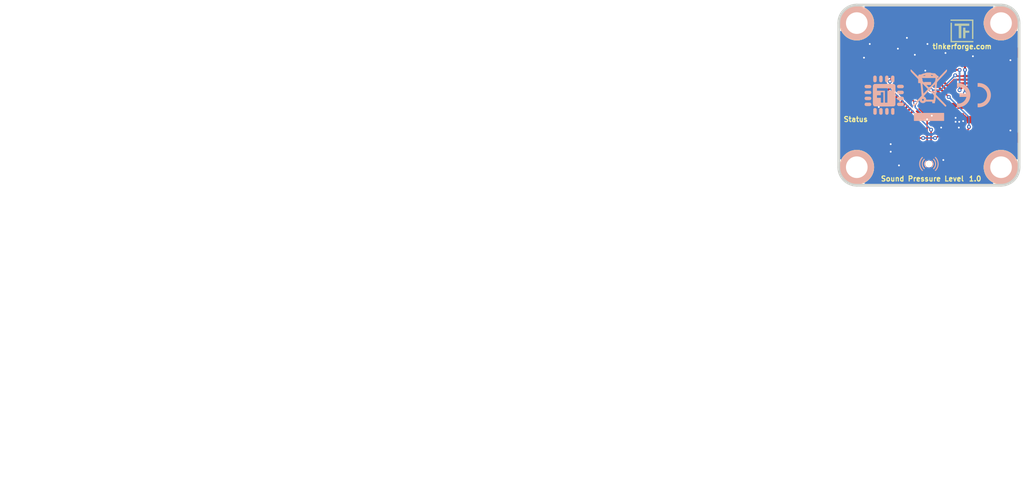
<source format=kicad_pcb>
(kicad_pcb (version 20221018) (generator pcbnew)
  (title_block (title "Sound-Level-Pressure Bricklet") (date "2018-01-22") (rev "1.0") (company "Tinkerforge GmbH") (comment 1 "Licensed under CERN OHL v.1.1") (comment 2 "Copyright (©) 2018, L.Lauer <lukas@tinkerforge.com>"))
  (layers (0 "F.Cu" signal) (31 "B.Cu" signal) (34 "B.Paste" user) (35 "F.Paste" user) (36 "B.SilkS" user "B.Silkscreen") (37 "F.SilkS" user "F.Silkscreen") (38 "B.Mask" user) (39 "F.Mask" user) (44 "Edge.Cuts" user))
  (net 0 "")
  (net 1 "GND")
  (net 2 "VCC")
  (net 3 "S-MISO")
  (net 4 "S-CS")
  (net 5 "S-CLK")
  (net 6 "S-MOSI")
  (net 7 "Net-(C7-Pad1)")
  (net 8 "Net-(C8-Pad1)")
  (net 9 "Net-(C9-Pad1)")
  (net 10 "Net-(D3-Pad2)")
  (net 11 "Net-(P1-Pad1)")
  (net 12 "Net-(P1-Pad4)")
  (net 13 "Net-(P1-Pad5)")
  (net 14 "Net-(P1-Pad6)")
  (net 15 "Net-(P2-Pad2)")
  (net 16 "Net-(R1-Pad1)")
  (net 17 "SD")
  (net 18 "Net-(U1-Pad2)")
  (net 19 "Net-(U1-Pad3)")
  (net 20 "Net-(U1-Pad4)")
  (net 21 "Net-(U1-Pad5)")
  (net 22 "Net-(U1-Pad6)")
  (net 23 "Net-(U1-Pad7)")
  (net 24 "Net-(U1-Pad8)")
  (net 25 "Net-(U1-Pad9)")
  (net 26 "Net-(U1-Pad10)")
  (net 27 "Net-(U1-Pad11)")
  (net 28 "Net-(U1-Pad12)")
  (net 29 "Net-(U1-Pad13)")
  (net 30 "Net-(U1-Pad14)")
  (net 31 "Net-(U1-Pad15)")
  (net 32 "Net-(U1-Pad16)")
  (net 33 "Net-(U1-Pad21)")
  (net 34 "WS")
  (net 35 "Net-(U1-Pad26)")
  (net 36 "Net-(U1-Pad28)")
  (net 37 "Net-(U1-Pad29)")
  (net 38 "Net-(U1-Pad30)")
  (net 39 "Net-(U1-Pad31)")
  (net 40 "Net-(U1-Pad32)")
  (net 41 "Net-(U1-Pad33)")
  (net 42 "Net-(U1-Pad34)")
  (net 43 "Net-(U1-Pad35)")
  (net 44 "Net-(U1-Pad36)")
  (net 45 "Net-(U1-Pad39)")
  (net 46 "Net-(U1-Pad40)")
  (net 47 "Net-(U1-Pad43)")
  (net 48 "Net-(U1-Pad44)")
  (net 49 "SCK")
  (net 50 "Net-(R3-Pad1)")
  (net 51 "Net-(R4-Pad1)")
  (net 52 "Net-(P3-Pad1)")
  (footprint "kicad-libraries:SolderJumper" (layer "F.Cu") (at 135.05 141.8 45)
    (fp_text reference "P2")
    (fp_text value "BOOT")
    (pad "1" smd rect (at -0.499999 0 45) (size 0.4 1.4) (layers "F.Cu" "F.Mask") (net 1 "GND"))
    (pad "1" smd rect (at -0.225 -0.55 45) (size 0.95 0.3) (layers "F.Cu" "F.Mask") (net 1 "GND"))
    (pad "1" smd rect (at -0.225 0.55 45) (size 0.95 0.3) (layers "F.Cu" "F.Mask") (net 1 "GND"))
    (pad "2" smd rect (at 0.15 0 45) (size 0.6 0.5) (layers "F.Cu" "F.Mask") (net 15 "Net-(P2-Pad2)"))
    (pad "2" smd rect (at 0.55 0 45) (size 0.3 1.4) (layers "F.Cu" "F.Mask") (net 15 "Net-(P2-Pad2)"))
  )
  (footprint "kicad-libraries:C0805" (layer "F.Cu") (at 148.5 143.4 90)
    (fp_text reference "C1")
    (fp_text value "10uF")
    (pad "1" smd rect (at -1.00076 0 90) (size 1.00076 1.24968) (layers "F.Cu" "F.Paste" "F.Mask") (net 1 "GND") (clearance 0.14986))
    (pad "2" smd rect (at 1.00076 0 90) (size 1.00076 1.24968) (layers "F.Cu" "F.Paste" "F.Mask") (net 2 "VCC") (clearance 0.14986))
  )
  (footprint "kicad-libraries:D0603E" (layer "F.Cu") (at 132.4 143.15 180)
    (fp_text reference "D3")
    (fp_text value "blue")
    (pad "1" smd rect (at -0.8501 0 180) (size 1.1 1) (layers "F.Cu" "F.Paste" "F.Mask") (net 2 "VCC"))
    (pad "2" smd rect (at 0.8501 0 180) (size 1.1 1) (layers "F.Cu" "F.Paste" "F.Mask") (net 10 "Net-(D3-Pad2)"))
  )
  (footprint "kicad-libraries:CON-SENSOR2" (layer "F.Cu") (at 155.1 141 90)
    (fp_text reference "P1")
    (fp_text value "CON-SENSOR2")
    (pad "1" smd rect (at -3.75 -4.6 90) (size 0.6 1.8) (layers "F.Cu" "F.Paste" "F.Mask") (net 11 "Net-(P1-Pad1)"))
    (pad "2" smd rect (at -2.5 -4.6 90) (size 0.6 1.8) (layers "F.Cu" "F.Paste" "F.Mask") (net 1 "GND"))
    (pad "3" smd rect (at -1.25 -4.6 90) (size 0.6 1.8) (layers "F.Cu" "F.Paste" "F.Mask") (net 2 "VCC"))
    (pad "4" smd rect (at 0 -4.6 90) (size 0.6 1.8) (layers "F.Cu" "F.Paste" "F.Mask") (net 12 "Net-(P1-Pad4)"))
    (pad "5" smd rect (at 1.25 -4.6 90) (size 0.6 1.8) (layers "F.Cu" "F.Paste" "F.Mask") (net 13 "Net-(P1-Pad5)"))
    (pad "6" smd rect (at 2.5 -4.6 90) (size 0.6 1.8) (layers "F.Cu" "F.Paste" "F.Mask") (net 14 "Net-(P1-Pad6)"))
    (pad "7" smd rect (at 3.75 -4.6 90) (size 0.6 1.8) (layers "F.Cu" "F.Paste" "F.Mask") (net 7 "Net-(C7-Pad1)"))
    (pad "EP" smd rect (at -5.9 -1.2 90) (size 1.4 2.4) (layers "F.Cu" "F.Paste" "F.Mask") (net 1 "GND"))
    (pad "EP" smd rect (at 5.9 -1.2 90) (size 1.4 2.4) (layers "F.Cu" "F.Paste" "F.Mask") (net 1 "GND"))
  )
  (footprint "kicad-libraries:R0603F" (layer "F.Cu") (at 145.6 146.7 45)
    (fp_text reference "R2")
    (fp_text value "100k")
    (pad "1" smd rect (at -0.75 0 45) (size 0.9 0.9) (layers "F.Cu" "F.Paste" "F.Mask") (net 17 "SD"))
    (pad "2" smd rect (at 0.75 0 45) (size 0.9 0.9) (layers "F.Cu" "F.Paste" "F.Mask") (net 1 "GND"))
  )
  (footprint "kicad-libraries:4X0402" (layer "F.Cu") (at 148.2 139.1 90)
    (fp_text reference "RP1")
    (fp_text value "82")
    (pad "1" smd rect (at -0.7493 0.575 270) (size 0.29972 0.65) (layers "F.Cu" "F.Paste" "F.Mask") (net 12 "Net-(P1-Pad4)"))
    (pad "2" smd rect (at -0.24892 0.575 270) (size 0.29972 0.65) (layers "F.Cu" "F.Paste" "F.Mask") (net 13 "Net-(P1-Pad5)"))
    (pad "3" smd rect (at 0.24892 0.575 270) (size 0.29972 0.65) (layers "F.Cu" "F.Paste" "F.Mask") (net 14 "Net-(P1-Pad6)"))
    (pad "4" smd rect (at 0.7493 0.575 270) (size 0.29972 0.65) (layers "F.Cu" "F.Paste" "F.Mask") (net 7 "Net-(C7-Pad1)"))
    (pad "5" smd rect (at 0.7493 -0.575 90) (size 0.29972 0.65) (layers "F.Cu" "F.Paste" "F.Mask") (net 3 "S-MISO"))
    (pad "6" smd rect (at 0.24892 -0.575 90) (size 0.29972 0.65) (layers "F.Cu" "F.Paste" "F.Mask") (net 6 "S-MOSI"))
    (pad "7" smd rect (at -0.24892 -0.575 90) (size 0.29972 0.65) (layers "F.Cu" "F.Paste" "F.Mask") (net 5 "S-CLK"))
    (pad "8" smd rect (at -0.7493 -0.575 90) (size 0.29972 0.65) (layers "F.Cu" "F.Paste" "F.Mask") (net 4 "S-CS"))
  )
  (footprint "kicad-libraries:QFN48-EP2" (layer "F.Cu") (at 140.65 139.05 -45)
    (fp_text reference "U1")
    (fp_text value "XMC1404")
    (pad "1" smd rect (at -2.74828 3.61188 135) (size 0.29972 1.14808) (layers "F.Cu" "F.Paste" "F.Mask") (net 15 "Net-(P2-Pad2)"))
    (pad "2" smd rect (at -2.2479 3.61188 135) (size 0.29972 1.14808) (layers "F.Cu" "F.Paste" "F.Mask") (net 18 "Net-(U1-Pad2)"))
    (pad "3" smd rect (at -1.74752 3.61188 135) (size 0.29972 1.14808) (layers "F.Cu" "F.Paste" "F.Mask") (net 19 "Net-(U1-Pad3)"))
    (pad "4" smd rect (at -1.24968 3.61188 135) (size 0.29972 1.14808) (layers "F.Cu" "F.Paste" "F.Mask") (net 20 "Net-(U1-Pad4)"))
    (pad "5" smd rect (at -0.7493 3.61188 135) (size 0.29972 1.14808) (layers "F.Cu" "F.Paste" "F.Mask") (net 21 "Net-(U1-Pad5)"))
    (pad "6" smd rect (at -0.24892 3.61188 135) (size 0.29972 1.14808) (layers "F.Cu" "F.Paste" "F.Mask") (net 22 "Net-(U1-Pad6)"))
    (pad "7" smd rect (at 0.24892 3.61188 135) (size 0.29972 1.14808) (layers "F.Cu" "F.Paste" "F.Mask") (net 23 "Net-(U1-Pad7)"))
    (pad "8" smd rect (at 0.7493 3.61188 135) (size 0.29972 1.14808) (layers "F.Cu" "F.Paste" "F.Mask") (net 24 "Net-(U1-Pad8)"))
    (pad "9" smd rect (at 1.24968 3.61188 135) (size 0.29972 1.14808) (layers "F.Cu" "F.Paste" "F.Mask") (net 25 "Net-(U1-Pad9)"))
    (pad "10" smd rect (at 1.74752 3.61188 135) (size 0.29972 1.14808) (layers "F.Cu" "F.Paste" "F.Mask") (net 26 "Net-(U1-Pad10)"))
    (pad "11" smd rect (at 2.2479 3.61188 135) (size 0.29972 1.14808) (layers "F.Cu" "F.Paste" "F.Mask") (net 27 "Net-(U1-Pad11)"))
    (pad "12" smd rect (at 2.74828 3.61188 135) (size 0.29972 1.14808) (layers "F.Cu" "F.Paste" "F.Mask") (net 28 "Net-(U1-Pad12)"))
    (pad "13" smd rect (at 3.61188 2.74828 225) (size 0.29972 1.14808) (layers "F.Cu" "F.Paste" "F.Mask") (net 29 "Net-(U1-Pad13)"))
    (pad "14" smd rect (at 3.61188 2.2479 225) (size 0.29972 1.14808) (layers "F.Cu" "F.Paste" "F.Mask") (net 30 "Net-(U1-Pad14)"))
    (pad "15" smd rect (at 3.61188 1.74752 225) (size 0.29972 1.14808) (layers "F.Cu" "F.Paste" "F.Mask") (net 31 "Net-(U1-Pad15)"))
    (pad "16" smd rect (at 3.61188 1.24968 225) (size 0.29972 1.14808) (layers "F.Cu" "F.Paste" "F.Mask") (net 32 "Net-(U1-Pad16)"))
    (pad "17" smd rect (at 3.61188 0.7493 225) (size 0.29972 1.14808) (layers "F.Cu" "F.Paste" "F.Mask") (net 1 "GND"))
    (pad "18" smd rect (at 3.61188 0.24892 225) (size 0.29972 1.14808) (layers "F.Cu" "F.Paste" "F.Mask") (net 2 "VCC"))
    (pad "19" smd rect (at 3.61188 -0.24892 225) (size 0.29972 1.14808) (layers "F.Cu" "F.Paste" "F.Mask") (net 2 "VCC"))
    (pad "20" smd rect (at 3.61188 -0.7493 225) (size 0.29972 1.14808) (layers "F.Cu" "F.Paste" "F.Mask") (net 3 "S-MISO"))
    (pad "21" smd rect (at 3.61188 -1.24968 225) (size 0.29972 1.14808) (layers "F.Cu" "F.Paste" "F.Mask") (net 33 "Net-(U1-Pad21)"))
    (pad "22" smd rect (at 3.61188 -1.74752 225) (size 0.29972 1.14808) (layers "F.Cu" "F.Paste" "F.Mask") (net 34 "WS"))
    (pad "23" smd rect (at 3.61188 -2.2479 225) (size 0.29972 1.14808) (layers "F.Cu" "F.Paste" "F.Mask") (net 5 "S-CLK"))
    (pad "24" smd rect (at 3.61188 -2.74828 225) (size 0.29972 1.14808) (layers "F.Cu" "F.Paste" "F.Mask") (net 6 "S-MOSI"))
    (pad "25" smd rect (at 2.74828 -3.61188 315) (size 0.29972 1.14808) (layers "F.Cu" "F.Paste" "F.Mask") (net 4 "S-CS"))
    (pad "26" smd rect (at 2.2479 -3.61188 315) (size 0.29972 1.14808) (layers "F.Cu" "F.Paste" "F.Mask") (net 35 "Net-(U1-Pad26)"))
    (pad "27" smd rect (at 1.74752 -3.61188 315) (size 0.29972 1.14808) (layers "F.Cu" "F.Paste" "F.Mask") (net 2 "VCC"))
    (pad "28" smd rect (at 1.24968 -3.61188 315) (size 0.29972 1.14808) (layers "F.Cu" "F.Paste" "F.Mask") (net 36 "Net-(U1-Pad28)"))
    (pad "29" smd rect (at 0.7493 -3.61188 315) (size 0.29972 1.14808) (layers "F.Cu" "F.Paste" "F.Mask") (net 37 "Net-(U1-Pad29)"))
    (pad "30" smd rect (at 0.24892 -3.61188 315) (size 0.29972 1.14808) (layers "F.Cu" "F.Paste" "F.Mask") (net 38 "Net-(U1-Pad30)"))
    (pad "31" smd rect (at -0.24892 -3.61188 315) (size 0.29972 1.14808) (layers "F.Cu" "F.Paste" "F.Mask") (net 39 "Net-(U1-Pad31)"))
    (pad "32" smd rect (at -0.7493 -3.61188 315) (size 0.29972 1.14808) (layers "F.Cu" "F.Paste" "F.Mask") (net 40 "Net-(U1-Pad32)"))
    (pad "33" smd rect (at -1.24968 -3.61188 315) (size 0.29972 1.14808) (layers "F.Cu" "F.Paste" "F.Mask") (net 41 "Net-(U1-Pad33)"))
    (pad "34" smd rect (at -1.74752 -3.61188 315) (size 0.29972 1.14808) (layers "F.Cu" "F.Paste" "F.Mask") (net 42 "Net-(U1-Pad34)"))
    (pad "35" smd rect (at -2.2479 -3.61188 315) (size 0.29972 1.14808) (layers "F.Cu" "F.Paste" "F.Mask") (net 43 "Net-(U1-Pad35)"))
    (pad "36" smd rect (at -2.74828 -3.61188 315) (size 0.29972 1.14808) (layers "F.Cu" "F.Paste" "F.Mask") (net 44 "Net-(U1-Pad36)"))
    (pad "37" smd rect (at -3.60934 -2.74828 45) (size 0.29972 1.15062) (layers "F.Cu" "F.Paste" "F.Mask") (net 1 "GND"))
    (pad "38" smd rect (at -3.61188 -2.2479 45) (size 0.29972 1.14808) (layers "F.Cu" "F.Paste" "F.Mask") (net 2 "VCC"))
    (pad "39" smd rect (at -3.61188 -1.74752 45) (size 0.29972 1.14808) (layers "F.Cu" "F.Paste" "F.Mask") (net 45 "Net-(U1-Pad39)"))
    (pad "40" smd rect (at -3.61188 -1.24968 45) (size 0.29972 1.14808) (layers "F.Cu" "F.Paste" "F.Mask") (net 46 "Net-(U1-Pad40)"))
    (pad "41" smd rect (at -3.61188 -0.7493 45) (size 0.29972 1.14808) (layers "F.Cu" "F.Paste" "F.Mask") (net 8 "Net-(C8-Pad1)"))
    (pad "42" smd rect (at -3.61188 -0.24892 45) (size 0.29972 1.14808) (layers "F.Cu" "F.Paste" "F.Mask") (net 9 "Net-(C9-Pad1)"))
    (pad "43" smd rect (at -3.61188 0.24892 45) (size 0.29972 1.14808) (layers "F.Cu" "F.Paste" "F.Mask") (net 47 "Net-(U1-Pad43)"))
    (pad "44" smd rect (at -3.61188 0.7493 45) (size 0.29972 1.14808) (layers "F.Cu" "F.Paste" "F.Mask") (net 48 "Net-(U1-Pad44)"))
    (pad "45" smd rect (at -3.61188 1.24968 45) (size 0.29972 1.14808) (layers "F.Cu" "F.Paste" "F.Mask") (net 49 "SCK"))
    (pad "46" smd rect (at -3.61188 1.74752 45) (size 0.29972 1.14808) (layers "F.Cu" "F.Paste" "F.Mask") (net 17 "SD"))
    (pad "47" smd rect (at -3.61188 2.2479 45) (size 0.29972 1.14808) (layers "F.Cu" "F.Paste" "F.Mask") (net 52 "Net-(P3-Pad1)"))
    (pad "48" smd rect (at -3.61188 2.74828 45) (size 0.29972 1.14808) (layers "F.Cu" "F.Paste" "F.Mask") (net 16 "Net-(R1-Pad1)"))
    (pad "EP" smd rect (at 0 0 315) (size 3.5 3.5) (layers "F.Cu" "F.Paste" "F.Mask") (net 1 "GND"))
  )
  (footprint "kicad-libraries:ICS-43432" (layer "F.Cu") (at 142.6 150.55 -90)
    (fp_text reference "U6")
    (fp_text value "ICS-43432")
    (fp_circle (center 0 0) (end 0 -0.65) (stroke (width 0.3)) (fill none) (layer "F.Cu"))
    (pad "" np_thru_hole circle (at 0 0 270) (size 0.5 0.5) (drill 0.5) (layers "*.Cu" "*.Mask" "F.SilkS"))
    (pad "1" smd rect (at -2.57 1.08 270) (size 0.4 0.6) (layers "F.Cu" "F.Paste" "F.Mask") (net 50 "Net-(R3-Pad1)"))
    (pad "2" smd rect (at -1.92 1.08 270) (size 0.4 0.6) (layers "F.Cu" "F.Paste" "F.Mask") (net 51 "Net-(R4-Pad1)"))
    (pad "3" smd rect (at -1.27 1.08 270) (size 0.4 0.6) (layers "F.Cu" "F.Paste" "F.Mask") (net 2 "VCC"))
    (pad "4" smd circle (at -0.65 0 270) (size 0.3 0.3) (layers "F.Cu" "F.Paste" "F.Mask") (net 1 "GND"))
    (pad "5" smd rect (at -1.27 -1.08 270) (size 0.4 0.6) (layers "F.Cu" "F.Paste" "F.Mask") (net 34 "WS"))
    (pad "6" smd rect (at -1.92 -1.08 270) (size 0.4 0.6) (layers "F.Cu" "F.Paste" "F.Mask") (net 49 "SCK"))
    (pad "7" smd rect (at -2.57 -1.08 270) (size 0.4 0.6) (layers "F.Cu" "F.Paste" "F.Mask") (net 17 "SD"))
  )
  (footprint "kicad-libraries:CRYSTAL_3225" (layer "F.Cu") (at 136.6 133.9 45)
    (fp_text reference "X1")
    (fp_text value "16MHz")
    (pad "1" smd rect (at -1.09982 0.8001 45) (size 1.39954 1.15062) (layers "F.Cu" "F.Paste" "F.Mask") (net 9 "Net-(C9-Pad1)"))
    (pad "2" smd rect (at 1.09982 -0.8001 45) (size 1.39954 1.15062) (layers "F.Cu" "F.Paste" "F.Mask") (net 8 "Net-(C8-Pad1)"))
    (pad "3" smd rect (at -1.09982 -0.8001 45) (size 1.39954 1.15062) (layers "F.Cu" "F.Paste" "F.Mask") (net 1 "GND"))
    (pad "3" smd rect (at 1.09982 0.8001 45) (size 1.39954 1.15062) (layers "F.Cu" "F.Paste" "F.Mask") (net 1 "GND"))
  )
  (footprint "kicad-libraries:C0603F" (layer "F.Cu") (at 147 143.2 90)
    (fp_text reference "C2")
    (fp_text value "1uF")
    (pad "1" smd rect (at -0.75 0 90) (size 0.9 0.9) (layers "F.Cu" "F.Paste" "F.Mask") (net 1 "GND"))
    (pad "2" smd rect (at 0.75 0 90) (size 0.9 0.9) (layers "F.Cu" "F.Paste" "F.Mask") (net 2 "VCC"))
  )
  (footprint "kicad-libraries:C0402F" (layer "F.Cu") (at 148.7 136.7 90)
    (fp_text reference "C7")
    (fp_text value "220pF")
    (pad "1" smd rect (at -0.5 0 90) (size 0.6 0.7) (layers "F.Cu" "F.Paste" "F.Mask") (net 7 "Net-(C7-Pad1)"))
    (pad "2" smd rect (at 0.5 0 90) (size 0.6 0.7) (layers "F.Cu" "F.Paste" "F.Mask") (net 1 "GND"))
  )
  (footprint "kicad-libraries:R0603F" (layer "F.Cu") (at 134.25 140.1 -135)
    (fp_text reference "R1")
    (fp_text value "1k")
    (pad "1" smd rect (at -0.75 0 225) (size 0.9 0.9) (layers "F.Cu" "F.Paste" "F.Mask") (net 16 "Net-(R1-Pad1)"))
    (pad "2" smd rect (at 0.75 0 225) (size 0.9 0.9) (layers "F.Cu" "F.Paste" "F.Mask") (net 10 "Net-(D3-Pad2)"))
  )
  (footprint "kicad-libraries:DRILL_NP" (layer "F.Cu") (at 152.6 151)
    (fp_text reference "U3" hide)
    (fp_text value "DRILL" hide)
    (pad "" np_thru_hole circle (at 0 0) (size 2.99974 2.99974) (drill 2.99974) (layers "*.Cu" "*.Mask" "F.SilkS") (clearance 0.89916))
  )
  (footprint "kicad-libraries:DRILL_NP" (layer "F.Cu") (at 132.6 131)
    (fp_text reference "U4" hide)
    (fp_text value "DRILL" hide)
    (pad "" np_thru_hole circle (at 0 0) (size 2.99974 2.99974) (drill 2.99974) (layers "*.Cu" "*.Mask" "F.SilkS") (clearance 0.89916))
  )
  (footprint "kicad-libraries:DRILL_NP" (layer "F.Cu") (at 132.6 151)
    (fp_text reference "U2" hide)
    (fp_text value "DRILL" hide)
    (pad "" np_thru_hole circle (at 0 0) (size 2.99974 2.99974) (drill 2.99974) (layers "*.Cu" "*.Mask" "F.SilkS") (clearance 0.89916))
  )
  (footprint "kicad-libraries:DRILL_NP" (layer "F.Cu") (at 152.6 131)
    (fp_text reference "U5" hide)
    (fp_text value "DRILL" hide)
    (pad "" np_thru_hole circle (at 0 0) (size 2.99974 2.99974) (drill 2.99974) (layers "*.Cu" "*.Mask" "F.SilkS") (clearance 0.89916))
  )
  (footprint "kicad-libraries:C0603F" (layer "F.Cu") (at 141.65 133.15)
    (fp_text reference "C3")
    (fp_text value "100nF")
    (pad "1" smd rect (at -0.75 0) (size 0.9 0.9) (layers "F.Cu" "F.Paste" "F.Mask") (net 2 "VCC"))
    (pad "2" smd rect (at 0.75 0) (size 0.9 0.9) (layers "F.Cu" "F.Paste" "F.Mask") (net 1 "GND"))
  )
  (footprint "kicad-libraries:C0603F" (layer "F.Cu") (at 144.9 136.2 135)
    (fp_text reference "C4")
    (fp_text value "100nF")
    (pad "1" smd rect (at -0.75 0 135) (size 0.9 0.9) (layers "F.Cu" "F.Paste" "F.Mask") (net 2 "VCC"))
    (pad "2" smd rect (at 0.75 0 135) (size 0.9 0.9) (layers "F.Cu" "F.Paste" "F.Mask") (net 1 "GND"))
  )
  (footprint "kicad-libraries:C0603F" (layer "F.Cu") (at 144.05 142.8 -135)
    (fp_text reference "C5")
    (fp_text value "100nF")
    (pad "1" smd rect (at -0.75 0 225) (size 0.9 0.9) (layers "F.Cu" "F.Paste" "F.Mask") (net 2 "VCC"))
    (pad "2" smd rect (at 0.75 0 225) (size 0.9 0.9) (layers "F.Cu" "F.Paste" "F.Mask") (net 1 "GND"))
  )
  (footprint "kicad-libraries:C0603F" (layer "F.Cu") (at 144.3 144.45 -135)
    (fp_text reference "C6")
    (fp_text value "220nF")
    (pad "1" smd rect (at -0.75 0 225) (size 0.9 0.9) (layers "F.Cu" "F.Paste" "F.Mask") (net 2 "VCC"))
    (pad "2" smd rect (at 0.75 0 225) (size 0.9 0.9) (layers "F.Cu" "F.Paste" "F.Mask") (net 1 "GND"))
  )
  (footprint "kicad-libraries:C0603F" (layer "F.Cu") (at 138.5 132 -45)
    (fp_text reference "C8")
    (fp_text value "10pF")
    (pad "1" smd rect (at -0.75 0 315) (size 0.9 0.9) (layers "F.Cu" "F.Paste" "F.Mask") (net 8 "Net-(C8-Pad1)"))
    (pad "2" smd rect (at 0.75 0 315) (size 0.9 0.9) (layers "F.Cu" "F.Paste" "F.Mask") (net 1 "GND"))
  )
  (footprint "kicad-libraries:C0603F" (layer "F.Cu") (at 134.7 135.85 135)
    (fp_text reference "C9")
    (fp_text value "10pF")
    (pad "1" smd rect (at -0.75 0 135) (size 0.9 0.9) (layers "F.Cu" "F.Paste" "F.Mask") (net 9 "Net-(C9-Pad1)"))
    (pad "2" smd rect (at 0.75 0 135) (size 0.9 0.9) (layers "F.Cu" "F.Paste" "F.Mask") (net 1 "GND"))
  )
  (footprint "kicad-libraries:R0402F" (layer "F.Cu") (at 138.55 147.8 180)
    (fp_text reference "R3")
    (fp_text value "0")
    (pad "1" smd rect (at -0.5 0 180) (size 0.6 0.7) (layers "F.Cu" "F.Paste" "F.Mask") (net 50 "Net-(R3-Pad1)"))
    (pad "2" smd rect (at 0.5 0 180) (size 0.6 0.7) (layers "F.Cu" "F.Paste" "F.Mask") (net 1 "GND"))
  )
  (footprint "kicad-libraries:R0402F" (layer "F.Cu") (at 138.55 148.85 180)
    (fp_text reference "R4")
    (fp_text value "0")
    (pad "1" smd rect (at -0.5 0 180) (size 0.6 0.7) (layers "F.Cu" "F.Paste" "F.Mask") (net 51 "Net-(R4-Pad1)"))
    (pad "2" smd rect (at 0.5 0 180) (size 0.6 0.7) (layers "F.Cu" "F.Paste" "F.Mask") (net 1 "GND"))
  )
  (footprint "kicad-libraries:Logo_31x31" (layer "F.Cu") (at 145.6 130.5)
    (fp_text reference "G***" hide)
    (fp_text value "Logo_31x31" hide)
  )
  (footprint "kicad-libraries:C0603F" (layer "F.Cu") (at 139.2 150.05)
    (fp_text reference "C10")
    (fp_text value "100nF")
    (pad "1" smd rect (at -0.75 0) (size 0.9 0.9) (layers "F.Cu" "F.Paste" "F.Mask") (net 1 "GND"))
    (pad "2" smd rect (at 0.75 0) (size 0.9 0.9) (layers "F.Cu" "F.Paste" "F.Mask") (net 2 "VCC"))
  )
  (footprint "kicad-libraries:Fiducial_Mark" (layer "F.Cu") (at 131.6 135)
    (fp_text reference "Fiducial_Mark" hide)
    (fp_text value "VAL**" hide)
    (pad "1" smd circle (at 0 0) (size 1.00076 1.00076) (layers "F.Cu" "F.Paste" "F.Mask") (clearance 0.65024))
  )
  (footprint "kicad-libraries:Fiducial_Mark" (layer "F.Cu") (at 153.6 144.5)
    (fp_text reference "Fiducial_Mark" hide)
    (fp_text value "VAL**" hide)
    (pad "1" smd circle (at 0 0) (size 1.00076 1.00076) (layers "F.Cu" "F.Paste" "F.Mask") (clearance 0.65024))
  )
  (footprint "kicad-libraries:Fiducial_Mark" (layer "F.Cu") (at 134.6 147.5)
    (fp_text reference "Fiducial_Mark" hide)
    (fp_text value "VAL**" hide)
    (pad "1" smd circle (at 0 0) (size 1.00076 1.00076) (layers "F.Cu" "F.Paste" "F.Mask") (clearance 0.65024))
  )
  (footprint "kicad-libraries:DEBUG_PAD" (layer "F.Cu") (at 132.22 138.37)
    (fp_text reference "P3")
    (fp_text value "DEBUG")
    (pad "1" smd circle (at 0 0) (size 0.7 0.7) (layers "F.Cu" "F.Paste" "F.Mask") (net 52 "Net-(P3-Pad1)"))
  )
  (footprint "kicad-libraries:WEEE_7mm" (layer "B.Cu") (at 142.6 141 180)
    (fp_text reference "VAL" hide)
    (fp_text value "WEEE_7mm" hide)
  )
  (footprint "kicad-libraries:CE_5mm" (layer "B.Cu") (at 148.8 141 180)
    (fp_text reference "VAL" hide)
    (fp_text value "CE_5mm" hide)
  )
  (footprint "kicad-libraries:Logo_CoMCU" (layer "B.Cu") (at 136.4 141 180)
    (fp_text reference "G***" hide)
    (fp_text value "LOGO" hide)
  )
  (gr_arc (start 141.7 151.45) (mid 141.327208 150.55) (end 141.7 149.65) (stroke (width 0.15)) (layer "B.SilkS"))
  (gr_arc (start 143 150.15) (mid 143.165685 150.55) (end 143 150.95) (stroke (width 0.15)) (layer "B.SilkS"))
  (gr_arc (start 143.25 149.9) (mid 143.519239 150.55) (end 143.25 151.2) (stroke (width 0.15)) (layer "B.SilkS"))
  (gr_arc (start 141.95 151.2) (mid 141.680761 150.55) (end 141.95 149.9) (stroke (width 0.15)) (layer "B.SilkS"))
  (gr_arc (start 142.2 150.95) (mid 142.034315 150.55) (end 142.2 150.15) (stroke (width 0.15)) (layer "B.SilkS"))
  (gr_arc (start 143.5 149.65) (mid 143.872792 150.55) (end 143.5 151.45) (stroke (width 0.15)) (layer "B.SilkS"))
  (gr_arc (start 132.6 153.5) (mid 130.832233 152.767767) (end 130.1 151) (stroke (width 0.381)) (layer "Edge.Cuts"))
  (gr_line (start 152.6 128.5) (end 132.6 128.5) (stroke (width 0.381)) (layer "Edge.Cuts"))
  (gr_arc (start 152.6 128.5) (mid 154.367767 129.232233) (end 155.1 131) (stroke (width 0.381)) (layer "Edge.Cuts"))
  (gr_arc (start 130.1 131) (mid 130.832233 129.232233) (end 132.6 128.5) (stroke (width 0.381)) (layer "Edge.Cuts"))
  (gr_arc (start 155.1 151) (mid 154.367767 152.767767) (end 152.6 153.5) (stroke (width 0.381)) (layer "Edge.Cuts"))
  (gr_line (start 155.1 151) (end 155.1 131) (stroke (width 0.381)) (layer "Edge.Cuts"))
  (gr_line (start 132.6 153.5) (end 152.6 153.5) (stroke (width 0.381)) (layer "Edge.Cuts"))
  (gr_line (start 130.1 131) (end 130.1 151) (stroke (width 0.381)) (layer "Edge.Cuts"))
  (gr_text "Sound Pressure Level" (at 141.7 152.6) (layer "F.SilkS") (effects (font (size 0.7 0.7))))
  (gr_text "Status" (at 132.45 144.35) (layer "F.SilkS") (effects (font (size 0.7 0.7))))
  (gr_text "tinkerforge.com" (at 147.2 134.25) (layer "F.SilkS") (effects (font (size 0.7 0.7))))
  (gr_text "1.0" (at 149 152.6) (layer "F.SilkS") (effects (font (size 0.7 0.7))))
  (segment (start 147 144.5) (end 146.8 144.7) (width 0.5) (layer "F.Cu") (net 1))
  (segment (start 146.3 144.6) (end 146.95 143.95) (width 0.5) (layer "F.Cu") (net 1))
  (segment (start 146.3 144.6) (end 146.3 144.7) (width 0.5) (layer "F.Cu") (net 1))
  (segment (start 149.9 143.5) (end 148.99924 144.40076) (width 0.5) (layer "F.Cu") (net 1))
  (segment (start 148.99924 144.40076) (end 148.5 144.40076) (width 0.5) (layer "F.Cu") (net 1))
  (segment (start 147.90076 144.40076) (end 147.45 143.95) (width 0.5) (layer "F.Cu") (net 1))
  (segment (start 147.45 143.95) (end 147 143.95) (width 0.5) (layer "F.Cu") (net 1))
  (segment (start 137.943446 133.617214) (end 139.03033 132.53033) (width 0.5) (layer "F.Cu") (net 1))
  (segment (start 134.16967 135.198818) (end 135.256554 134.111934) (width 0.5) (layer "F.Cu") (net 1))
  (segment (start 134.611934 134.111934) (end 134.4 133.9) (width 0.2) (layer "F.Cu") (net 1))
  (segment (start 134.08033 135.31967) (end 133.6 135.8) (width 0.5) (layer "F.Cu") (net 1))
  (segment (start 140.041139 134.591139) (end 140.65 135.2) (width 0.2) (layer "F.Cu") (net 1))
  (segment (start 140.65 135.2) (end 140.65 135.4) (width 0.2) (layer "F.Cu") (net 1))
  (segment (start 137.943446 134.193446) (end 138.3 134.55) (width 0.5) (layer "F.Cu") (net 1))
  (segment (start 144.38033 135.66967) (end 144.9 135.15) (width 0.5) (layer "F.Cu") (net 1))
  (segment (start 142.68382 142.13382) (end 143.51967 142.96967) (width 0.2) (layer "F.Cu") (net 1))
  (segment (start 143.51967 142.96967) (end 143.51967 143.33033) (width 0.2) (layer "F.Cu") (net 1))
  (segment (start 143.78033 144.98033) (end 144.3 145.5) (width 0.5) (layer "F.Cu") (net 1))
  (segment (start 135.348008 142.348008) (end 135.65 142.65) (width 0.2) (layer "F.Cu") (net 1))
  (segment (start 147 144.25) (end 147.35 144.6) (width 0.5) (layer "F.Cu") (net 1))
  (segment (start 146.8 144.15) (end 147 143.95) (width 0.5) (layer "F.Cu") (net 1))
  (segment (start 135.251992 142.348008) (end 135.1 142.5) (width 0.2) (layer "F.Cu") (net 1))
  (segment (start 135.1 142.5) (end 135.05 142.5) (width 0.2) (layer "F.Cu") (net 1))
  (segment (start 135.05 142.5) (end 134.75 142.2) (width 0.2) (layer "F.Cu") (net 1))
  (segment (start 134.75 142.2) (end 134.696447 142.153553) (width 0.2) (layer "F.Cu") (net 1))
  (segment (start 134.696447 142.146447) (end 134.4 141.85) (width 0.2) (layer "F.Cu") (net 1))
  (segment (start 134.4 141.85) (end 134.4 141.7) (width 0.2) (layer "F.Cu") (net 1))
  (segment (start 134.4 141.7) (end 134.65 141.45) (width 0.2) (layer "F.Cu") (net 1))
  (segment (start 134.65 141.45) (end 134.501992 141.57019) (width 0.2) (layer "F.Cu") (net 1))
  (segment (start 144.5 149.9) (end 144.6 150) (width 0.2) (layer "F.Cu") (net 1))
  (segment (start 147 143.95) (end 147 144.25) (width 0.5) (layer "F.Cu") (net 1))
  (segment (start 137.943446 133.688066) (end 137.943446 134.193446) (width 0.2) (layer "F.Cu") (net 1))
  (segment (start 153.9 146.9) (end 153.9 145.9) (width 0.5) (layer "F.Cu") (net 1))
  (segment (start 146.8 144.15) (end 146.3 144.15) (width 0.5) (layer "F.Cu") (net 1))
  (segment (start 146.3 144.15) (end 146.3 144.7) (width 0.5) (layer "F.Cu") (net 1))
  (segment (start 139.03033 132.53033) (end 139.55 133.05) (width 0.5) (layer "F.Cu") (net 1))
  (segment (start 147 143.95) (end 146.95 143.95) (width 0.5) (layer "F.Cu") (net 1))
  (segment (start 138.05 148.85) (end 137.3 148.85) (width 0.5) (layer "F.Cu") (net 1))
  (segment (start 148.7 136.2) (end 148.7 135.6) (width 0.5) (layer "F.Cu") (net 1))
  (segment (start 142.67415 142.13382) (end 142.68382 142.13382) (width 0.2) (layer "F.Cu") (net 1))
  (segment (start 140.65 139.05) (end 142.1 137.6) (width 0.2) (layer "F.Cu") (net 1))
  (segment (start 137.943446 133.688066) (end 137.943446 133.693446) (width 0.2) (layer "F.Cu") (net 1))
  (segment (start 146.13033 146.11967) (end 146.75 145.5) (width 0.5) (layer "F.Cu") (net 1))
  (segment (start 135.27981 142.348008) (end 135.348008 142.348008) (width 0.2) (layer "F.Cu") (net 1))
  (segment (start 150.5 143.5) (end 149.9 143.5) (width 0.5) (layer "F.Cu") (net 1))
  (segment (start 144.36967 135.66967) (end 144.38033 135.66967) (width 0.2) (layer "F.Cu") (net 1))
  (segment (start 134.16967 135.31967) (end 134.08033 135.31967) (width 0.2) (layer "F.Cu") (net 1))
  (segment (start 142.6 149.9) (end 144.5 149.9) (width 0.2) (layer "F.Cu") (net 1))
  (segment (start 134.16967 135.31967) (end 134.16967 135.198818) (width 0.2) (layer "F.Cu") (net 1))
  (segment (start 148.5 144.40076) (end 147.90076 144.40076) (width 0.5) (layer "F.Cu") (net 1))
  (segment (start 147 143.95) (end 147 144.5) (width 0.5) (layer "F.Cu") (net 1))
  (segment (start 140.041139 134.554484) (end 140.041139 134.591139) (width 0.2) (layer "F.Cu") (net 1))
  (segment (start 134.696447 142.153553) (end 134.696447 142.146447) (width 0.2) (layer "F.Cu") (net 1))
  (segment (start 142.4 133.15) (end 142.4 133.9) (width 0.5) (layer "F.Cu") (net 1))
  (segment (start 143.76967 144.98033) (end 143.78033 144.98033) (width 0.2) (layer "F.Cu") (net 1))
  (segment (start 135.256554 134.111934) (end 134.611934 134.111934) (width 0.2) (layer "F.Cu") (net 1))
  (segment (start 153.9 135.1) (end 153.9 136.15) (width 0.5) (layer "F.Cu") (net 1))
  (segment (start 147 143.95) (end 147 144.4) (width 0.5) (layer "F.Cu") (net 1))
  (segment (start 138.05 147.8) (end 137.3 147.8) (width 0.5) (layer "F.Cu") (net 1))
  (segment (start 143.51967 143.33033) (end 143 143.85) (width 0.5) (layer "F.Cu") (net 1))
  (segment (start 138.45 150.05) (end 138.45 150.75) (width 0.5) (layer "F.Cu") (net 1))
  (segment (start 137.943446 133.688066) (end 137.943446 133.617214) (width 0.2) (layer "F.Cu") (net 1))
  (segment (start 135.27981 142.348008) (end 135.251992 142.348008) (width 0.2) (layer "F.Cu") (net 1))
  (via (at 153.9 136.15) (size 0.55) (drill 0.25) (layers "F.Cu" "B.Cu") (net 1))
  (via (at 138.45 150.75) (size 0.55) (drill 0.25) (layers "F.Cu" "B.Cu") (net 1))
  (via (at 138.3 134.55) (size 0.55) (drill 0.25) (layers "F.Cu" "B.Cu") (net 1))
  (via (at 146.75 145.5) (size 0.55) (drill 0.25) (layers "F.Cu" "B.Cu") (net 1))
  (via (at 142.1 137.6) (size 0.55) (drill 0.25) (layers "F.Cu" "B.Cu") (net 1))
  (via (at 142.4 133.9) (size 0.55) (drill 0.25) (layers "F.Cu" "B.Cu") (net 1))
  (via (at 146.8 144.7) (size 0.55) (drill 0.25) (layers "F.Cu" "B.Cu") (net 1))
  (via (at 146.3 144.7) (size 0.55) (drill 0.25) (layers "F.Cu" "B.Cu") (net 1))
  (via (at 144.9 135.15) (size 0.55) (drill 0.25) (layers "F.Cu" "B.Cu") (net 1))
  (via (at 146.3 144.15) (size 0.55) (drill 0.25) (layers "F.Cu" "B.Cu") (net 1))
  (via (at 143 143.85) (size 0.55) (drill 0.25) (layers "F.Cu" "B.Cu") (net 1))
  (via (at 133.6 135.8) (size 0.55) (drill 0.25) (layers "F.Cu" "B.Cu") (net 1))
  (via (at 144.6 150) (size 0.55) (drill 0.25) (layers "F.Cu" "B.Cu") (net 1))
  (via (at 137.3 148.85) (size 0.55) (drill 0.25) (layers "F.Cu" "B.Cu") (net 1))
  (via (at 144.3 145.5) (size 0.55) (drill 0.25) (layers "F.Cu" "B.Cu") (net 1))
  (via (at 147.35 144.6) (size 0.55) (drill 0.25) (layers "F.Cu" "B.Cu") (net 1))
  (via (at 137.3 147.8) (size 0.55) (drill 0.25) (layers "F.Cu" "B.Cu") (net 1))
  (via (at 135.65 142.65) (size 0.55) (drill 0.25) (layers "F.Cu" "B.Cu") (net 1))
  (via (at 140.65 135.4) (size 0.55) (drill 0.25) (layers "F.Cu" "B.Cu") (net 1))
  (via (at 139.55 133.05) (size 0.55) (drill 0.25) (layers "F.Cu" "B.Cu") (net 1))
  (via (at 134.4 133.9) (size 0.55) (drill 0.25) (layers "F.Cu" "B.Cu") (net 1))
  (via (at 148.7 135.6) (size 0.55) (drill 0.25) (layers "F.Cu" "B.Cu") (net 1))
  (via (at 153.9 145.9) (size 0.55) (drill 0.25) (layers "F.Cu" "B.Cu") (net 1))
  (segment (start 149.45 142.25) (end 149.30076 142.39924) (width 0.5) (layer "F.Cu") (net 2))
  (segment (start 149.30076 142.39924) (end 148.5 142.39924) (width 0.5) (layer "F.Cu") (net 2))
  (segment (start 147.05076 142.39924) (end 147 142.45) (width 0.5) (layer "F.Cu") (net 2))
  (segment (start 139.68552 134.88552) (end 139.15 134.35) (width 0.2) (layer "F.Cu") (net 2))
  (segment (start 139.15 134.35) (end 139.15 134.15) (width 0.2) (layer "F.Cu") (net 2))
  (segment (start 139.15 134.15) (end 139.6 133.7) (width 0.2) (layer "F.Cu") (net 2))
  (segment (start 139.6 133.7) (end 140.35 133.7) (width 0.2) (layer "F.Cu") (net 2))
  (segment (start 140.35 133.7) (end 140.9 133.15) (width 0.2) (layer "F.Cu") (net 2))
  (segment (start 144.439668 137.720992) (end 145.43033 136.73033) (width 0.2) (layer "F.Cu") (net 2))
  (segment (start 143.379998 141.429998) (end 144.21967 142.26967) (width 0.2) (layer "F.Cu") (net 2))
  (segment (start 144.21967 142.26967) (end 144.58033 142.26967) (width 0.2) (layer "F.Cu") (net 2))
  (segment (start 143.029998 141.779998) (end 144.5 143.25) (width 0.2) (layer "F.Cu") (net 2))
  (segment (start 144.5 143.25) (end 144.5 143.58934) (width 0.2) (layer "F.Cu") (net 2))
  (segment (start 144.5 143.58934) (end 144.83033 143.91967) (width 0.2) (layer "F.Cu") (net 2))
  (segment (start 146.3 142.45) (end 144.83033 143.91967) (width 0.4) (layer "F.Cu") (net 2))
  (segment (start 146.11967 142.26967) (end 146.3 142.45) (width 0.4) (layer "F.Cu") (net 2))
  (segment (start 147 141.65) (end 147.6 141.05) (width 0.3) (layer "F.Cu") (net 2))
  (segment (start 147.6 141.05) (end 147.6 140.7) (width 0.3) (layer "F.Cu") (net 2))
  (segment (start 147.6 137.5) (end 147.6 137.05) (width 0.3) (layer "F.Cu") (net 2))
  (segment (start 147.6 137.05) (end 146.85 136.3) (width 0.3) (layer "F.Cu") (net 2))
  (segment (start 146.85 136.3) (end 146.35 136.3) (width 0.3) (layer "F.Cu") (net 2))
  (segment (start 145.86066 136.3) (end 145.43033 136.73033) (width 0.3) (layer "F.Cu") (net 2))
  (segment (start 140.9 132.55) (end 141.2 132.25) (width 0.3) (layer "F.Cu") (net 2))
  (segment (start 141.2 132.25) (end 143.4 132.25) (width 0.3) (layer "F.Cu") (net 2))
  (segment (start 143.4 132.25) (end 146.35 135.2) (width 0.3) (layer "F.Cu") (net 2))
  (segment (start 146.35 135.2) (end 146.35 136.3) (width 0.3) (layer "F.Cu") (net 2))
  (segment (start 146.35 136.3) (end 145.86066 136.3) (width 0.3) (layer "F.Cu") (net 2))
  (segment (start 144.83033 144.28033) (end 145.1 144.55) (width 0.2) (layer "F.Cu") (net 2))
  (segment (start 145.1 144.55) (end 145.1 145.45) (width 0.2) (layer "F.Cu") (net 2))
  (segment (start 145.1 145.45) (end 143.6 146.95) (width 0.2) (layer "F.Cu") (net 2))
  (segment (start 143.6 146.95) (end 143.45 146.95) (width 0.2) (layer "F.Cu") (net 2))
  (segment (start 141.8 146.95) (end 141.85 147) (width 0.2) (layer "F.Cu") (net 2))
  (segment (start 138.15 146.95) (end 134.35 143.15) (width 0.2) (layer "F.Cu") (net 2))
  (segment (start 134.35 143.15) (end 133.2501 143.15) (width 0.2) (layer "F.Cu") (net 2))
  (segment (start 140.42 149.28) (end 139.95 149.75) (width 0.2) (layer "F.Cu") (net 2))
  (segment (start 139.95 149.75) (end 139.95 150.05) (width 0.2) (layer "F.Cu") (net 2))
  (segment (start 139.95 150.85) (end 139.4 151.4) (width 0.2) (layer "F.Cu") (net 2))
  (segment (start 139.4 151.4) (end 137.6 151.4) (width 0.2) (layer "F.Cu") (net 2))
  (segment (start 137.6 151.4) (end 136.7 150.5) (width 0.2) (layer "F.Cu") (net 2))
  (segment (start 136.7 150.5) (end 136.7 147.6) (width 0.2) (layer "F.Cu") (net 2))
  (segment (start 136.7 147.6) (end 137.35 146.95) (width 0.2) (layer "F.Cu") (net 2))
  (segment (start 137.35 146.95) (end 138.15 146.95) (width 0.2) (layer "F.Cu") (net 2))
  (segment (start 139.95 150.05) (end 139.95 150.85) (width 0.2) (layer "F.Cu") (net 2))
  (segment (start 144.83033 143.91967) (end 144.83033 144.28033) (width 0.2) (layer "F.Cu") (net 2))
  (segment (start 148.5 142.39924) (end 147.05076 142.39924) (width 0.4) (layer "F.Cu") (net 2))
  (segment (start 140.9 133.15) (end 140.9 132.55) (width 0.3) (layer "F.Cu") (net 2))
  (segment (start 139.68552 134.90651) (end 139.68552 134.88552) (width 0.2) (layer "F.Cu") (net 2))
  (segment (start 144.58033 142.26967) (end 146.11967 142.26967) (width 0.4) (layer "F.Cu") (net 2))
  (segment (start 147 142.45) (end 147 141.65) (width 0.3) (layer "F.Cu") (net 2))
  (segment (start 144.439668 137.731698) (end 144.439668 137.720992) (width 0.2) (layer "F.Cu") (net 2))
  (segment (start 144.83033 143.91967) (end 144.83033 144.23033) (width 0.25) (layer "F.Cu") (net 2))
  (segment (start 147 142.45) (end 146.3 142.45) (width 0.4) (layer "F.Cu") (net 2))
  (segment (start 141.8 146.95) (end 138.15 146.95) (width 0.2) (layer "F.Cu") (net 2))
  (segment (start 141.52 149.28) (end 140.42 149.28) (width 0.2) (layer "F.Cu") (net 2))
  (segment (start 143.379998 141.427972) (end 143.379998 141.429998) (width 0.2) (layer "F.Cu") (net 2))
  (segment (start 150.5 142.25) (end 149.45 142.25) (width 0.5) (layer "F.Cu") (net 2))
  (segment (start 143.027972 141.779998) (end 143.029998 141.779998) (width 0.2) (layer "F.Cu") (net 2))
  (via (at 141.8 146.95) (size 0.55) (drill 0.25) (layers "F.Cu" "B.Cu") (net 2))
  (via (at 143.45 146.95) (size 0.55) (drill 0.25) (layers "F.Cu" "B.Cu") (net 2))
  (via (at 147.6 140.7) (size 0.55) (drill 0.25) (layers "F.Cu" "B.Cu") (net 2))
  (via (at 147.6 137.5) (size 0.55) (drill 0.25) (layers "F.Cu" "B.Cu") (net 2))
  (segment (start 147.6 140.7) (end 147.6 137.5) (width 0.3) (layer "B.Cu") (net 2))
  (segment (start 143.45 146.95) (end 141.8 146.95) (width 0.2) (layer "B.Cu") (net 2))
  (segment (start 147.414483 138.3507) (end 147.625 138.3507) (width 0.25) (layer "F.Cu") (net 3))
  (segment (start 143.73382 141.08382) (end 143.73382 141.07415) (width 0.25) (layer "F.Cu") (net 3))
  (segment (start 146.3507 138.3507) (end 146.25 138.25) (width 0.2) (layer "F.Cu") (net 3))
  (segment (start 142.9 140.3) (end 143.67415 141.07415) (width 0.2) (layer "F.Cu") (net 3))
  (segment (start 143.67415 141.07415) (end 143.73382 141.07415) (width 0.2) (layer "F.Cu") (net 3))
  (segment (start 147.625 138.3507) (end 146.3507 138.3507) (width 0.2) (layer "F.Cu") (net 3))
  (via (at 142.9 140.3) (size 0.55) (drill 0.25) (layers "F.Cu" "B.Cu") (net 3))
  (via (at 146.25 138.25) (size 0.55) (drill 0.25) (layers "F.Cu" "B.Cu") (net 3))
  (segment (start 146.25 138.25) (end 144.2 140.3) (width 0.2) (layer "B.Cu") (net 3))
  (segment (start 144.2 140.3) (end 142.9 140.3) (width 0.2) (layer "B.Cu") (net 3))
  (segment (start 147.3007 139.8493) (end 146.85 140.3) (width 0.25) (layer "F.Cu") (net 4))
  (segment (start 146.85 137.5) (end 146.15 137.5) (width 0.25) (layer "F.Cu") (net 4))
  (segment (start 146.15 137.5) (end 146.1 137.5) (width 0.25) (layer "F.Cu") (net 4))
  (segment (start 146.1 137.5) (end 145.160657 138.439343) (width 0.25) (layer "F.Cu") (net 4))
  (segment (start 145.160657 138.439343) (end 145.147312 138.439343) (width 0.25) (layer "F.Cu") (net 4))
  (segment (start 147.625 139.8493) (end 147.3007 139.8493) (width 0.25) (layer "F.Cu") (net 4))
  (via (at 146.85 137.5) (size 0.55) (drill 0.25) (layers "F.Cu" "B.Cu") (net 4))
  (via (at 146.85 140.3) (size 0.55) (drill 0.25) (layers "F.Cu" "B.Cu") (net 4))
  (segment (start 146.85 140.3) (end 146.85 137.5) (width 0.25) (layer "B.Cu") (net 4))
  (segment (start 147.00108 139.34892) (end 145.75 140.6) (width 0.25) (layer "F.Cu") (net 5))
  (segment (start 145.75 140.6) (end 145.37901 140.6) (width 0.25) (layer "F.Cu") (net 5))
  (segment (start 145.37901 140.6) (end 144.79349 140.01448) (width 0.25) (layer "F.Cu") (net 5))
  (segment (start 147.625 139.34892) (end 147.00108 139.34892) (width 0.25) (layer "F.Cu") (net 5))
  (segment (start 146.09892 138.85108) (end 145.289343 139.660657) (width 0.25) (layer "F.Cu") (net 6))
  (segment (start 145.289343 139.660657) (end 145.147312 139.660657) (width 0.25) (layer "F.Cu") (net 6))
  (segment (start 147.625 138.85108) (end 146.09892 138.85108) (width 0.25) (layer "F.Cu") (net 6))
  (segment (start 148.7 138.2757) (end 148.7 137.25) (width 0.25) (layer "F.Cu") (net 7))
  (segment (start 150.5 137.25) (end 148.7 137.25) (width 0.25) (layer "F.Cu") (net 7))
  (segment (start 148.775 138.3507) (end 148.7 138.2757) (width 0.25) (layer "F.Cu") (net 7))
  (segment (start 136.811934 133.088066) (end 136.45 133.45) (width 0.2) (layer "F.Cu") (net 8))
  (segment (start 136.45 133.45) (end 136.45 133.79033) (width 0.2) (layer "F.Cu") (net 8))
  (segment (start 136.45 133.79033) (end 138.62585 135.96618) (width 0.2) (layer "F.Cu") (net 8))
  (segment (start 136.882786 132.556554) (end 137.96967 131.46967) (width 0.2) (layer "F.Cu") (net 8))
  (segment (start 136.811934 132.556554) (end 136.811934 133.088066) (width 0.2) (layer "F.Cu") (net 8))
  (segment (start 136.811934 132.556554) (end 136.882786 132.556554) (width 0.2) (layer "F.Cu") (net 8))
  (segment (start 135.251182 136.38033) (end 136.388066 135.243446) (width 0.2) (layer "F.Cu") (net 9))
  (segment (start 138.270002 136.320002) (end 137.63 135.68) (width 0.2) (layer "F.Cu") (net 9))
  (segment (start 137.63 135.68) (end 136.82462 135.68) (width 0.2) (layer "F.Cu") (net 9))
  (segment (start 136.82462 135.68) (end 136.388066 135.243446) (width 0.2) (layer "F.Cu") (net 9))
  (segment (start 135.23033 136.38033) (end 135.251182 136.38033) (width 0.2) (layer "F.Cu") (net 9))
  (segment (start 138.272028 136.320002) (end 138.270002 136.320002) (width 0.2) (layer "F.Cu") (net 9))
  (segment (start 131.3001 143.0499) (end 133.71967 140.63033) (width 0.3) (layer "F.Cu") (net 10))
  (segment (start 131.3 143.0499) (end 131.3001 143.0499) (width 0.3) (layer "F.Cu") (net 10))
  (segment (start 148.9493 139.8493) (end 149.2 140.1) (width 0.25) (layer "F.Cu") (net 12))
  (segment (start 149.2 140.1) (end 149.2 140.5) (width 0.25) (layer "F.Cu") (net 12))
  (segment (start 149.2 140.5) (end 149.7 141) (width 0.25) (layer "F.Cu") (net 12))
  (segment (start 149.7 141) (end 150.5 141) (width 0.25) (layer "F.Cu") (net 12))
  (segment (start 148.775 139.8493) (end 148.9493 139.8493) (width 0.25) (layer "F.Cu") (net 12))
  (segment (start 149.24892 139.34892) (end 149.65 139.75) (width 0.25) (layer "F.Cu") (net 13))
  (segment (start 149.65 139.75) (end 150.5 139.75) (width 0.25) (layer "F.Cu") (net 13))
  (segment (start 148.775 139.34892) (end 149.24892 139.34892) (width 0.25) (layer "F.Cu") (net 13))
  (segment (start 149.24892 138.85108) (end 149.6 138.5) (width 0.25) (layer "F.Cu") (net 14))
  (segment (start 149.6 138.5) (end 150.5 138.5) (width 0.25) (layer "F.Cu") (net 14))
  (segment (start 148.775 138.85108) (end 149.24892 138.85108) (width 0.25) (layer "F.Cu") (net 14))
  (segment (start 136.139343 139.660657) (end 135.5 140.3) (width 0.2) (layer "F.Cu") (net 15))
  (segment (start 135.5 140.3) (end 135.5 141.35) (width 0.2) (layer "F.Cu") (net 15))
  (segment (start 135.5 141.35) (end 135.438909 141.411091) (width 0.2) (layer "F.Cu") (net 15))
  (segment (start 135.438909 141.411091) (end 135.156066 141.693934) (width 0.2) (layer "F.Cu") (net 15))
  (segment (start 136.152688 139.660657) (end 136.139343 139.660657) (width 0.2) (layer "F.Cu") (net 15))
  (segment (start 135.022361 139.56967) (end 136.152688 138.439343) (width 0.25) (layer "F.Cu") (net 16))
  (segment (start 134.78033 139.56967) (end 135.022361 139.56967) (width 0.25) (layer "F.Cu") (net 16))
  (segment (start 136.881698 137.731698) (end 136.860332 137.731698) (width 0.2) (layer "F.Cu") (net 17))
  (segment (start 136.931698 137.731698) (end 136.860332 137.731698) (width 0.2) (layer "F.Cu") (net 17))
  (segment (start 137.2 139.1) (end 137.35 138.95) (width 0.2) (layer "F.Cu") (net 17))
  (segment (start 137.35 138.95) (end 137.35 138.221366) (width 0.2) (layer "F.Cu") (net 17))
  (segment (start 137.35 138.221366) (end 136.860332 137.731698) (width 0.2) (layer "F.Cu") (net 17))
  (segment (start 143.48 147.98) (end 142.9 147.4) (width 0.2) (layer "F.Cu") (net 17))
  (segment (start 142.9 147.4) (end 142.9 145.8) (width 0.2) (layer "F.Cu") (net 17))
  (segment (start 144.32 147.98) (end 143.68 147.98) (width 0.2) (layer "F.Cu") (net 17))
  (segment (start 143.68 147.98) (end 143.48 147.98) (width 0.2) (layer "F.Cu") (net 17))
  (segment (start 145.06967 147.23033) (end 144.32 147.98) (width 0.2) (layer "F.Cu") (net 17))
  (via (at 137.2 139.1) (size 0.55) (drill 0.25) (layers "F.Cu" "B.Cu") (net 17))
  (via (at 142.9 145.8) (size 0.55) (drill 0.25) (layers "F.Cu" "B.Cu") (net 17))
  (segment (start 142.9 145.8) (end 137.2 140.1) (width 0.2) (layer "B.Cu") (net 17))
  (segment (start 137.2 140.1) (end 137.2 139.1) (width 0.2) (layer "B.Cu") (net 17))
  (segment (start 144.468302 140.368302) (end 145.35 141.25) (width 0.2) (layer "F.Cu") (net 34))
  (segment (start 144.52 149.28) (end 148.15 145.65) (width 0.2) (layer "F.Cu") (net 34))
  (segment (start 148.15 145.65) (end 148.15 145.4) (width 0.2) (layer "F.Cu") (net 34))
  (segment (start 144.439668 140.368302) (end 144.468302 140.368302) (width 0.2) (layer "F.Cu") (net 34))
  (segment (start 143.68 149.28) (end 144.52 149.28) (width 0.2) (layer "F.Cu") (net 34))
  (via (at 145.35 141.25) (size 0.55) (drill 0.25) (layers "F.Cu" "B.Cu") (net 34))
  (via (at 148.15 145.4) (size 0.55) (drill 0.25) (layers "F.Cu" "B.Cu") (net 34))
  (segment (start 145.35 141.25) (end 148.15 144.05) (width 0.2) (layer "B.Cu") (net 34))
  (segment (start 148.15 144.05) (end 148.15 145.4) (width 0.2) (layer "B.Cu") (net 34))
  (segment (start 137.212358 137.412358) (end 137.212358 137.379672) (width 0.2) (layer "F.Cu") (net 49))
  (segment (start 137.279672 137.379672) (end 137.212358 137.379672) (width 0.2) (layer "F.Cu") (net 49))
  (segment (start 142.83 148.63) (end 142.35 148.15) (width 0.2) (layer "F.Cu") (net 49))
  (segment (start 142.35 148.15) (end 142.35 144.35) (width 0.2) (layer "F.Cu") (net 49))
  (segment (start 140.7 142.05) (end 137.8 139.15) (width 0.2) (layer "F.Cu") (net 49))
  (segment (start 137.8 139.15) (end 137.8 137.967314) (width 0.2) (layer "F.Cu") (net 49))
  (segment (start 137.8 137.967314) (end 137.212358 137.379672) (width 0.2) (layer "F.Cu") (net 49))
  (segment (start 142.83 148.63) (end 142.35 148.15) (width 0.2) (layer "F.Cu") (net 49))
  (segment (start 143.33 148.63) (end 142.83 148.63) (width 0.2) (layer "F.Cu") (net 49))
  (segment (start 143.68 148.63) (end 142.83 148.63) (width 0.2) (layer "F.Cu") (net 49))
  (via (at 142.35 144.35) (size 0.55) (drill 0.25) (layers "F.Cu" "B.Cu") (net 49))
  (via (at 140.7 142.05) (size 0.55) (drill 0.25) (layers "F.Cu" "B.Cu") (net 49))
  (segment (start 142.35 144.35) (end 140.7 142.7) (width 0.2) (layer "B.Cu") (net 49))
  (segment (start 140.7 142.7) (end 140.7 142.05) (width 0.2) (layer "B.Cu") (net 49))
  (segment (start 140.48 147.98) (end 140.3 147.8) (width 0.2) (layer "F.Cu") (net 50))
  (segment (start 140.3 147.8) (end 139.05 147.8) (width 0.2) (layer "F.Cu") (net 50))
  (segment (start 141.52 147.98) (end 140.48 147.98) (width 0.2) (layer "F.Cu") (net 50))
  (segment (start 140.07 148.63) (end 139.85 148.85) (width 0.2) (layer "F.Cu") (net 51))
  (segment (start 139.85 148.85) (end 139.05 148.85) (width 0.2) (layer "F.Cu") (net 51))
  (segment (start 141.52 148.63) (end 140.07 148.63) (width 0.2) (layer "F.Cu") (net 51))
  (segment (start 136.50552 138.08552) (end 135.99 137.57) (width 0.2) (layer "F.Cu") (net 52))
  (segment (start 135.99 137.57) (end 133.02 137.57) (width 0.2) (layer "F.Cu") (net 52))
  (segment (start 133.02 137.57) (end 132.22 138.37) (width 0.2) (layer "F.Cu") (net 52))
  (segment (start 136.50651 138.08552) (end 136.50552 138.08552) (width 0.2) (layer "F.Cu") (net 52))
  (zone (net 1) (net_name "GND") (layer "B.Cu") (connect_pads yes (clearance 0.2)) (min_thickness 0.2) (fill yes (thermal_gap 0.21) (thermal_bridge_width 0.21))
    (polygon (pts (xy 155.1 153.5) (xy 130.1 153.5) (xy 130.1 128.5) (xy 155.1 128.5)))
  )
)
</source>
